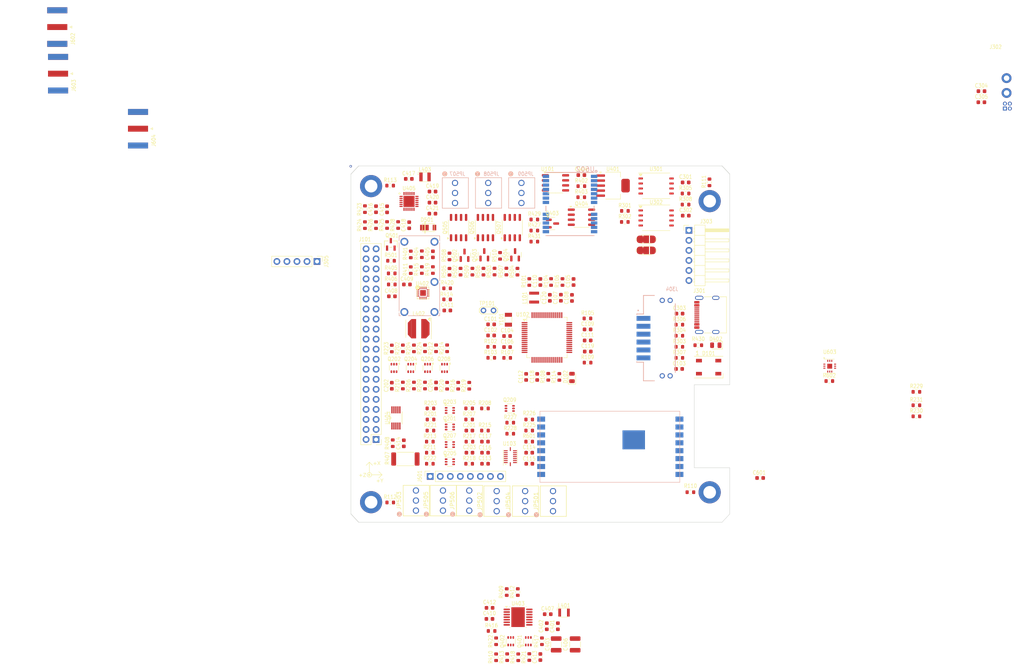
<source format=kicad_pcb>
(kicad_pcb (version 20240108) (generator "pcbnew") (generator_version "8.0")
  (layers (0 "F.Cu" signal) (1 "In1.Cu" signal) (2 "In2.Cu" signal) (3 "In3.Cu" signal) (4 "In4.Cu" signal) (31 "B.Cu" signal) (34 "B.Paste" user) (35 "F.Paste" user) (36 "B.SilkS" user "B.Silkscreen") (37 "F.SilkS" user "F.Silkscreen") (38 "B.Mask" user) (39 "F.Mask" user) (44 "Edge.Cuts" user))
  (net 0 "")
  (net 1 "GND")
  (net 2 "/Avionics/XTAL1")
  (net 3 "/Avionics/XTAL2")
  (net 4 "3.3V")
  (net 5 "/Avionics/BATTERY")
  (net 6 "~{RESET}")
  (net 7 "Net-(U102-VDDCORE)")
  (net 8 "Net-(Q201B-G1)")
  (net 9 "Net-(Q202B-G1)")
  (net 10 "Net-(Q205B-G1)")
  (net 11 "Net-(Q206B-G1)")
  (net 12 "Net-(C302-Pad1)")
  (net 13 "GNDREF")
  (net 14 "VBUS_IN")
  (net 15 "VCHRG")
  (net 16 "VBATT")
  (net 17 "/Power/V_RF")
  (net 18 "VSOLAR")
  (net 19 "Net-(U403-VBST)")
  (net 20 "Net-(U403-SW1)")
  (net 21 "Net-(U402-INTVCC)")
  (net 22 "Net-(U402-SW)")
  (net 23 "Net-(U402-BOOST)")
  (net 24 "Net-(U403-SS)")
  (net 25 "Net-(U403-VREG5)")
  (net 26 "Net-(Q401B-B2)")
  (net 27 "Net-(Q402A-C1)")
  (net 28 "Net-(U404-TIMER)")
  (net 29 "/Power/REGN")
  (net 30 "Net-(U405-PMID_1)")
  (net 31 "Net-(U405-SW_1)")
  (net 32 "Net-(U405-BTST)")
  (net 33 "SYS_1&2")
  (net 34 "BAT_1&2")
  (net 35 "VCC_RF1")
  (net 37 "Net-(D101-DIN)")
  (net 38 "Net-(D102-K)")
  (net 39 "Net-(D102-A)")
  (net 40 "Net-(D402-A)")
  (net 41 "STAT")
  (net 42 "Net-(Q501-C)")
  (net 43 "Net-(H101-Pad1)")
  (net 44 "Net-(H102-Pad1)")
  (net 45 "Net-(H103-Pad1)")
  (net 46 "Net-(H104-Pad1)")
  (net 47 "PB17")
  (net 49 "PA19")
  (net 50 "PA16")
  (net 51 "PA20")
  (net 52 "SCK")
  (net 53 "PB22")
  (net 54 "PB23")
  (net 55 "PA22")
  (net 56 "MISO")
  (net 57 "PB16")
  (net 58 "MOSI")
  (net 59 "PA17")
  (net 60 "USB_CC1")
  (net 61 "USB_CC2")
  (net 64 "Net-(J301-D+-PadA6)")
  (net 65 "Net-(J301-D--PadA7)")
  (net 66 "AIN5")
  (net 67 "VBATT_SENSE")
  (net 68 "SWCLK")
  (net 69 "SWDIO")
  (net 70 "RF1_IO0")
  (net 71 "MOSI_RF1")
  (net 72 "SCK_RF1")
  (net 73 "RF1_CS")
  (net 74 "RF1_IO4")
  (net 75 "RF1_RST")
  (net 76 "MISO_RF1")
  (net 77 "/RF and GPS/RF1_ANT")
  (net 78 "Net-(J603-In)")
  (net 79 "Net-(J604-In)")
  (net 80 "VCC_RF2")
  (net 81 "/Burn Wires/VBURN1")
  (net 82 "/Burn Wires/VBURN2")
  (net 83 "/Burn Wires/VBURN3")
  (net 84 "Net-(U102-VSW)")
  (net 85 "Net-(U402-CHGSNS)")
  (net 86 "Net-(Q201A-D1)")
  (net 87 "Net-(Q201A-G2)")
  (net 88 "Net-(Q202A-D1)")
  (net 89 "Net-(Q202A-G2)")
  (net 90 "SCL")
  (net 91 "Net-(Q203A-B1)")
  (net 92 "SCL_IMU")
  (net 93 "SCL_PWR")
  (net 94 "Net-(Q204A-B1)")
  (net 95 "Net-(Q205A-D1)")
  (net 96 "Net-(Q205A-G2)")
  (net 97 "Net-(Q206A-G2)")
  (net 98 "Net-(Q206A-D1)")
  (net 99 "SDA_IMU")
  (net 100 "Net-(Q207A-B1)")
  (net 101 "SDA")
  (net 102 "SDA_PWR")
  (net 103 "Net-(Q208A-B1)")
  (net 104 "Net-(Q209A-E1)")
  (net 105 "Net-(Q209A-B1)")
  (net 106 "/Power/3V3_EN")
  (net 107 "Net-(Q401A-B1)")
  (net 108 "Net-(Q402A-B1)")
  (net 109 "Net-(Q402B-B2)")
  (net 110 "Net-(Q403-G)")
  (net 111 "Net-(Q403-D)")
  (net 112 "GPS_PWR_IN")
  (net 113 "BURN_RELAY_A")
  (net 114 "Net-(Q502-G)")
  (net 115 "Net-(Q502-D)")
  (net 116 "Net-(Q503-G)")
  (net 117 "Net-(Q503-D)")
  (net 118 "Net-(Q504-D)")
  (net 119 "Net-(Q504-G)")
  (net 120 "/Burn Wires/VBURN_A_IN")
  (net 121 "Net-(U101-~{RESET})")
  (net 122 "WDT_WDI")
  (net 123 "L1_PROG")
  (net 124 "Net-(U102-PA07)")
  (net 125 "MISO_RF2")
  (net 126 "MISO_SD")
  (net 127 "FLASH_CS1")
  (net 128 "FLASH_CS2")
  (net 129 "USB_D-")
  (net 130 "USB_D+")
  (net 131 "Net-(U301-HOLD#{slash}IO3)")
  (net 132 "FLASH_SCK")
  (net 133 "Net-(U402-RUN)")
  (net 134 "Net-(U401-SENSE{slash}ADJ)")
  (net 135 "Net-(U402-MPPT)")
  (net 136 "Net-(U404-ON)")
  (net 137 "Net-(U403-VFB)")
  (net 138 "Net-(U402-~FAULT)")
  (net 139 "Net-(U402-FBG)")
  (net 140 "Net-(U402-FB)")
  (net 141 "~{CHRG}")
  (net 142 "Net-(U403-PG)")
  (net 143 "VBUS_RESET")
  (net 144 "Net-(U405-ICHGSET)")
  (net 145 "THM")
  (net 146 "ENAB_GPS")
  (net 147 "Net-(U405-ILIM)")
  (net 148 "ENAB_BURN1")
  (net 149 "ENAB_BURN2")
  (net 150 "ENAB_BURN3")
  (net 151 "Net-(U602-RSTN)")
  (net 152 "Net-(U101-~{MR})")
  (net 154 "FLASH_MOSI")
  (net 155 "ENAB_RF")
  (net 157 "FLASH_IO2")
  (net 159 "TX")
  (net 160 "DAC0")
  (net 162 "RX")
  (net 163 "FLASH_MISO")
  (net 181 "Net-(U602-RF_IN)")
  (footprint "Package_SO:HTSSOP-14-1EP_4.4x5mm_P0.65mm_EP3.4x5mm_Mask3x3.1mm" (layer "F.Cu") (at 143.15 172.425)
    (property "Reference" "U403")
    (property "Value" "TPS54226PWPRPWP14_2P31X2P46-L")
  )
  (footprint "Capacitor_SMD:C_0603_1608Metric" (layer "F.Cu") (at 160.775 102.4 180)
    (property "Reference" "C111")
    (property "Value" "1uF")
  )
  (footprint "Resistor_SMD:R_0603_1608Metric" (layer "F.Cu") (at 125.2 104.375 90)
    (property "Reference" "R214")
    (property "Value" "680")
  )
  (footprint "Capacitor_SMD:C_0603_1608Metric" (layer "F.Cu") (at 115.6 73.225 90)
    (property "Reference" "C418")
    (property "Value" "47nF")
  )
  (footprint "Package_TO_SOT_SMD:SOT-363_SC-70-6" (layer "F.Cu") (at 145.75 178.525 90)
    (property "Reference" "Q401")
    (property "Value" "MBT2222ADW1T1")
  )
  (footprint "Resistor_SMD:R_0603_1608Metric" (layer "F.Cu") (at 136.455 175.925 180)
    (property "Reference" "R416")
    (property "Value" "100K")
  )
  (footprint "Capacitor_SMD:C_0603_1608Metric" (layer "F.Cu") (at 154 91.575 90)
    (property "Reference" "C107")
    (property "Value" "0.1uF")
  )
  (footprint "Resistor_SMD:R_0603_1608Metric" (layer "F.Cu") (at 159.15 66.14 180)
    (property "Reference" "R403")
    (property "Value" "3.3K")
  )
  (footprint "Capacitor_SMD:C_1210_3225Metric" (layer "F.Cu") (at 152.8 179.325 -90)
    (property "Reference" "C403")
    (property "Value" "100uF")
  )
  (footprint "Resistor_SMD:R_0603_1608Metric" (layer "F.Cu") (at 145.975 125.2)
    (property "Reference" "R225")
    (property "Value" "0")
  )
  (footprint "Capacitor_SMD:C_0603_1608Metric" (layer "F.Cu") (at 121.5 67.5 180)
    (property "Reference" "C420")
    (property "Value" "22uF")
  )
  (footprint "Connector_Coaxial:SMA_Amphenol_132289_EdgeMount" (layer "F.Cu") (at 26.725 34.87 180)
    (property "Reference" "J603")
    (property "Value" "SMA RA Connector")
  )
  (footprint "Connector_PinHeader_2.54mm:PinHeader_1x06_P2.54mm_Horizontal" (layer "F.Cu") (at 186.4 74.52)
    (property "Reference" "J303")
    (property "Value" "Conn_01x06")
  )
  (footprint "SSE_Footprints:Harwin_G125-MH104M3-02AD000P_4S2P_P1.25mm_Horizontal" (layer "F.Cu") (at 266.375 39.6 90)
    (property "Reference" "J302")
    (property "Value" "Conn_High-Rel_4S2P")
  )
  (footprint "Resistor_SMD:R_0603_1608Metric" (layer "F.Cu") (at 140.2875 166.075 90)
    (property "Reference" "R409")
    (property "Value" "73.2K")
  )
  (footprint "Resistor_SMD:R_0603_1608Metric" (layer "F.Cu") (at 130.775 119.6 180)
    (property "Reference" "R205")
    (property "Value" "10k")
  )
  (footprint "MountingHole:MountingHole_3.2mm_M3_DIN965_Pad" (layer "F.Cu") (at 191.655 67.13 180)
    (property "Reference" "H102" (hide yes))
    (property "Value" "MountingHole_Pad")
  )
  (footprint "Resistor_SMD:R_0603_1608Metric" (layer "F.Cu") (at 183.975 98.4)
    (property "Reference" "R306")
    (property "Value" "5.1k")
  )
  (footprint "Capacitor_SMD:C_0603_1608Metric" (layer "F.Cu") (at 134.775 128)
    (property "Reference" "C117")
    (property "Value" "10uF")
  )
  (footprint "LED_SMD:LED_0805_2012Metric" (layer "F.Cu") (at 156.8 111.7575 90)
    (property "Reference" "D102")
    (property "Value" "RED")
  )
  (footprint "Package_QFP:TQFP-64_10x10mm_P0.5mm" (layer "F.Cu") (at 150.4625 101.65)
    (property "Reference" "U102")
    (property "Value" "ATSAMD51J20A-AU")
  )
  (footprint "Package_TO_SOT_SMD:SOT-23" (layer "F.Cu") (at 134.6 80.7125 90)
    (property "Reference" "Q503")
    (property "Value" "IRLML2803")
  )
  (footprint "Resistor_SMD:R_0603_1608Metric" (layer "F.Cu") (at 112.8 73.175 90)
    (property "Reference" "R428")
    (property "Value" "3.16K")
  )
  (footprint "Resistor_SMD:R_0603_1608Metric" (layer "F.Cu") (at 136.3375 104 180)
    (property "Reference" "R102")
    (property "Value" "316K")
  )
  (footprint "Package_TO_SOT_SMD:SOT-363_SC-70-6" (layer "F.Cu") (at 125.9 120.1)
    (property "Reference" "Q203")
    (property "Value" "MBT2222ADW1T1")
  )
  (footprint "Capacitor_SMD:C_0603_1608Metric" (layer "F.Cu") (at 121.5 64.7 180)
    (property "Reference" "C419")
    (property "Value" "22uF")
  )
  (footprint "Resistor_SMD:R_0603_1608Metric" (layer "F.Cu") (at 121.6 84.57 90)
    (property "Reference" "R419")
    (property "Value" "3.01K")
  )
  (footprint "Capacitor_SMD:C_0603_1608Metric" (layer "F.Cu") (at 140.375 104.07 180)
    (property "Reference" "C106")
    (property "Value" "0.1uF")
  )
  (footprint "Capacitor_SMD:C_0603_1608Metric" (layer "F.Cu") (at 185.6 70.8 180)
    (property "Reference" "C302")
    (property "Value" "150pF")
  )
  (footprint "Resistor_SMD:R_0603_1608Metric" (layer "F.Cu") (at 143 84.975 90)
    (property "Reference" "R504")
    (property "Value" "10k")
  )
  (footprint "Resistor_SMD:R_0603_1608Metric" (layer "F.Cu") (at 141.175 123.2 180)
    (property "Reference" "R227")
    (property "Value" "1K")
  )
  (footprint "Connector_PinHeader_2.54mm:PinHeader_1x05_P2.54mm_Vertical" (layer "F.Cu") (at 92.275 82.4 -90)
    (property "Reference" "J305")
    (property "Value" "Conn_01x05")
  )
  (footprint "Resistor_SMD:R_0603_1608Metric" (layer "F.Cu") (at 111.2 104.425 -90)
    (property "Reference" "R223")
    (property "Value" "0")
  )
  (footprint "Capacitor_SMD:C_0603_1608Metric" (layer "F.Cu") (at 260.425 42.1 180)
    (property "Reference" "C305")
    (property "Value" "22uF")
  )
  (footprint "Package_TO_SOT_SMD:SOT-363_SC-70-6" (layer "F.Cu") (at 141.3 178.525 90)
    (property "Reference" "Q402")
    (property "Value" "MBT2222ADW1T1")
  )
  (footprint "Resistor_SMD:R_0603_1608Metric" (layer "F.Cu") (at 116.8 104.4 90)
    (property "Reference" "R204")
    (property "Value" "680")
  )
  (footprint "Resistor_SMD:R_0603_1608Metric" (layer "F.Cu") (at 185.55 68)
    (property "Reference" "R308")
    (property "Value" "150")
  )
  (footprint "Resistor_SMD:R_0603_1608Metric" (layer "F.Cu") (at 114 104.4 90)
    (property "Reference" "R202")
    (property "Value" "100K")
  )
  (footprint "Resistor_SMD:R_0603_1608Metric" (layer "F.Cu") (at 160.75 108 180)
    (property "Reference" "R109")
    (property "Value" "150")
  )
  (footprint "Capacitor_SMD:C_0603_1608Metric" (layer "F.Cu") (at 125.25 94.8)
    (property "Reference" "C411")
    (property "Value" "22uF")
  )
  (footprint "Resistor_SMD:R_0603_1608Metric" (layer "F.Cu") (at 136.375 106.78)
    (property "Reference" "R103")
    (property "Value" "110K")
  )
  (footprint "Capacitor_SMD:C_0603_1608Metric" (layer "F.Cu") (at 146 133.6)
    (property "Reference" "C115")
    (property "Value" "1uF")
  )
  (footprint "MountingHole:MountingHole_3.2mm_M3_DIN965_Pad" (layer "F.Cu") (at 191.655 140.83 180)
    (property "Reference" "H101" (hide yes))
    (property "Value" "MountingHole_Pad")
  )
  (footprint "Resistor_SMD:R_0603_1608Metric" (layer "F.Cu") (at 147.27 77.375 180)
    (property "Reference" "R431")
    (property "Value" "3.3K")
  )
  (footprint "Capacitor_SMD:C_0603_1608Metric" (layer "F.Cu") (at 145.2 111.625 -90)
    (property "Reference" "C112")
    (property "Value" "10uF")
  )
  (footprint "Capacitor_SMD:C_0603_1608Metric" (layer "F.Cu") (at 107.2 69.175 -90)
    (property "Reference" "C416")
    (property "Value" "4.7uF")
  )
  (footprint "Capacitor_SMD:C_0603_1608Metric" (layer "F.Cu") (at 111.2 113.85 -90)
    (property "Reference" "C202")
    (property "Value" "10nF")
  )
  (footprint "MountingHole:MountingHole_3.2mm_M3_DIN965_Pad" (layer "F.Cu") (at 105.955 63.33 180)
    (property "Reference" "H104" (hide yes))
    (property "Value" "MountingHole_Pad")
  )
  (footprint "Resistor_SMD:R_0603_1608Metric" (layer "F.Cu") (at 160.7125 96.82 180)
    (property "Reference" "R105")
    (property "Value" "10k")
  )
  (footprint "Resistor_SMD:R_0603_1608Metric" (layer "F.Cu") (at 120.825 128 180)
    (property "Reference" "R213")
    (property "Value" "680")
  )
  (footprint "Resistor_SMD:R_0603_1608Metric" (layer "F.Cu") (at 107.2 73.2 90)
    (property "Reference" "R426")
    (property "Value" "10k")
  )
  (footprint "Resistor_SMD:R_0603_1608Metric" (layer "F.Cu") (at 145.975 122.4)
    (property "Reference" "R226")
    (property "Value" "4.7k")
  )
  (footprint "Resistor_SMD:R_0603_1608Metric" (layer "F.Cu") (at 125.2 113.85 90)
    (property "Reference" "R220")
    (property "Value" "200K")
  )
  (footprint "Resistor_SMD:R_0603_1608Metric" (layer "F.Cu") (at 243.975 121.6)
    (property "Reference" "R230")
    (property "Value" "0")
  )
  (footprint "mainboard:ADM1176-1ARMZ-R7" (layer "F.Cu") (at 112.2375 122 90)
    (property "Reference" "U404")
    (property "Value" "ADM1176-1ARMZ-R7" (hide yes))
  )
  (footprint "Capacitor_SMD:C_0603_1608Metric" (layer "F.Cu") (at 135.9125 172.875)
    (property "Reference" "C410")
    (property "Value" "3.3nF")
  )
  (footprint "Crystal:Crystal_SMD_3215-2Pin_3.2x1.5mm" (layer "F.Cu") (at 140.7125 97.15 90)
    (property "Reference" "Y101")
    (property "Value" "32.768kHz")
  )
  (footprint "Capacitor_SMD:C_0603_1608Metric" (layer "F.Cu") (at 130.825 125.2)
    (property "Reference" "C201")
    (property "Value" "10nF")
  )
  (footprint "SSE_Footprints:CONN_22-11-2032_MOL" (layer "F.Cu") (at 117.311 145.46 90)
    (property "Reference" "JP503")
    (property "Value" "Conn_01x03")
  )
  (footprint "Resistor_SMD:R_0603_1608Metric" (layer "F.Cu") (at 143.2 182.575 90)
    (property "Reference" "R418")
    (property "Value" "200K")
  )
  (footprint "SSE_Footprints:CONN_22-11-2032_MOL" (layer "F.Cu") (at 144.946 145.6 90)
    (property "Reference" "JP504")
    (property "Value" "Conn_01x03")
  )
  (footprint "Resistor_SMD:R_0603_1608Metric" (layer "F.Cu") (at 159.175 63.34 180)
    (property "Reference" "R402")
    (property "Value" "10k")
  )
  (footprint "Resistor_SMD:R_0603_1608Metric" (layer "F.Cu") (at 147.27 71.775)
    (property "Reference" "R429")
    (property "Value" "4.7k")
  )
  (footprint "Package_TO_SOT_SMD:SOT-23" (layer "F.Cu") (at 129.6 80.8375 90)
    (property "Reference" "Q502")
    (property "Value" "IRLML2803")
  )
  (footprint "Capacitor_SMD:C_0603_1608Metric" (layer "F.Cu") (at 145.975 130.8)
    (property "Reference" "C114")
    (property "Value" "0.1uF")
  )
  (footprint "Resistor_SMD:R_0603_1608Metric" (layer "F.Cu") (at 140.2 84.95 -90)
    (property "Reference" "R507")
    (property "Value" "4.7k")
  )
  (footprint "Resistor_SMD:R_0603_1608Metric" (layer "F.Cu") (at 151.5125 87.595 -90)
    (property "Reference" "R104")
    (property "Value" "10k")
  )
  (footprint "Resistor_SMD:R_0603_1608Metric" (layer "F.Cu") (at 243.975 118.8)
    (property "Reference" "R231")
    (property "Value" "0")
  )
  (footprint "Resistor_SMD:R_0603_1608Metric" (layer "F.Cu") (at 122.4 104.375 -90)
    (property "Reference" "R212")
    (property "Value" "100K")
  )
  (footprint "Capacitor_SMD:C_0603_1608Metric" (layer "F.Cu") (at 130.85 130.8)
    (property "Reference" "C203")
    (property "Value" "10nF")
  )
  (footprint "mainboard:SolderJumper-3_P1.3mm_Bridged12_RoundedPad1.0x1.5mm" (layer "F.Cu") (at 175.6 79.6)
    (property "Reference" "JP402" (hide yes))
    (property "Value" "Jumper_3_Bridged12")
  )
  (footprint "SSE_Footprints:CONN_22-11-2032_MOL" (layer "F.Cu") (at 137.746 145.6 90)
    (property "Reference" "JP502")
    (property "Value" "Conn_01x03")
  )
  (footprint "Package_TO_SOT_SMD:SOT-363_SC-70-6" (layer "F.Cu") (at 120.25 109.35 -90)
    (property "Reference" "Q206")
    (property "Value" "BSS138DWQ-7")
  )
  (footprint "Resistor_SMD:R_0603_1608Metric" (layer "F.Cu") (at 111 82.22)
    (property "Reference" "R501")
    (property "Value" "10k")
  )
  (footprint "SSE_Footprints:TDK_1008_2.9x2.0mm" (layer "F.Cu") (at 154.6875 171.275)
    (property "Reference" "L401")
    (property "Value" "3.3uH")
  )
  (footprint "Capacitor_SMD:C_0603_1608Metric" (layer "F.Cu") (at 185.575 62.4)
    (property "Reference" "C301")
    (property "Value" "0.1uF")
  )
  (footprint "Resistor_SMD:R_0603_1608Metric" (layer "F.Cu") (at 121 122.4)
    (property "Reference" "R201")
    (property "Value" "100K")
  )
  (footprint "Capacitor_SMD:C_0603_1608Metric" (layer "F.Cu") (at 115.5 61.5)
    (property "Reference" "C417")
    (property "Value" "10uF")
  )
  (footprint "Resistor_SMD:R_0603_1608Metric" (layer "F.Cu") (at 131.6 84.975 -90)
    (property "Reference" "R509")
    (property "Value" "100k")
  )
  (footprint "Resistor_SMD:R_0603_1608Metric" (layer "F.Cu") (at 137.6 178.525 90)
    (property "Reference" "R422")
    (property "Value" "10k")
  )
  (footprint "Resistor_SMD:R_0603_1608Metric" (layer "F.Cu") (at 134.4 84.975 -90)
    (property "Reference" "R506")
    (property "Value" "4.7k")
  )
  (footprint "SSE_Footprints:LGA-16_4.5x3.0mm_P0.5mm" (layer "F.Cu") (at 141.205 131.8 90)
    (property "Reference" "U103")
    (property "Value" "BMI088")
  )
  (footprint "Resistor_SMD:R_0603_1608Metric" (layer "F.Cu") (at 104.4 73.2 90)
    (property "Reference" "R424")
    (property "Value" "5.23K")
  )
  (footprint "Capacitor_SMD:C_0603_1608Metric" (layer "F.Cu") (at 110 69.2 -90)
    (property "Reference" "C415")
    (property "Value" "1uF")
  )
  (footprint "Resistor_SMD:R_0603_1608Metric" (layer "F.Cu") (at 128.6 84.975 90)
    (property "Reference" "R502")
    (property "Value" "10k")
  )
  (footprint "Capacitor_SMD:C_0603_1608Metric" (layer "F.Cu") (at 114.2375 128.425 90)
    (property "Reference" "C414")
    (property "Value" "3.3nF")
  )
  (footprint "Resistor_SMD:R_0603_1608Metric" (layer "F.Cu") (at 120.975 125.2)
    (property "Reference" "R221")
    (property "Value" "0")
  )
  (footprint "Resistor_SMD:R_0603_1608Metric" (layer "F.Cu") (at 141.175 126)
    (property "Reference" "R228")
    (property "Value" "1K")
  )
  (footprint "Resistor_SMD:R_0603_1608Metric" (layer "F.Cu") (at 146 87.6 90)
    (property "Reference" "R101")
    (property "Value" "10k")
  )
  (footprint "Capacitor_SMD:C_0603_1608Metric" (layer "F.Cu") (at 122.4 113.8 -90)
    (property "Reference" "C204")
    (property "Value" "10nF")
  )
  (footprint "Resistor_SMD:R_0603_1608Metric" (layer "F.Cu") (at 143.0875 166.075 90)
    (property "Reference" "R412")
    (property "Value" "22.1K")
  )
  (footprint "Capacitor_SMD:C_0603_1608Metric" (layer "F.Cu") (at 153.23 174.725 90)
    (property "Reference" "C401")
    (property "Value" "22uF")
  )
  (footprint "Resistor_SMD:R_0603_1608Metric" (layer "F.Cu") (at 146 182.525 90)
    (property "Reference" "R421")
    (property "Value" "100K")
  )
  (footprint "Package_TO_SOT_SMD:SOT-363_SC-70-6" (layer "F.Cu") (at 124.55 109.35 -90)
    (property "Reference" "Q208")
    (property "Value" "MBT2222ADW1T1")
  )
  (footprint "Capacitor_SMD:C_0603_1608Metric" (layer "F.Cu") (at 150.43 174.725 90)
    (property "Reference" "C402")
    (property "Value" "22uF")
  )
  (footprint "Resistor_SMD:R_0603_1608Metric" (layer "F.Cu") (at 120.975 119.6 180)
    (property "Reference" "R203")
    (property "Value" "680")
  )
  (footprint "Package_SO:SO-8_3.9x4.9mm_P1.27mm" (layer "F.Cu") (at 141.695 73.825 90)
    (property "Reference" "Q507")
    (property "Value" "IRF7406PbF")
  )
  (footprint "Package_TO_SOT_SMD:SOT-363_SC-70-6" (layer "F.Cu") (at 111.75 109.35 -90)
    (property "Reference" "Q202")
    (property "Value" "BSS138DWQ-7")
  )
  (footprint "Resistor_SMD:R_0603_1608Metric" (layer "F.Cu") (at 111.4375 128.4 90)
    (property "Reference" "R408")
    (property "Value" "1K")
  )
  (footprint "Resistor_SMD:R_0603_1608Metric" (layer "F.Cu") (at 145.975 128)
    (property "Reference" "R601")
    (property "Value" "10k")
  )
  (footprint "Resistor_SMD:R_0603_1608Metric" (layer "F.Cu") (at 111.175 85.42 180)
    (property "Reference" "R405")
    (property "Value" "787K")
  )
  (footprint "Capacitor_SMD:C_0603_1608Metric" (layer "F.Cu") (at 134.8 130.8)
    (property "Reference" "C116")
    (property "Value" "1uF")
  )
  (footprint "Resistor_SMD:R_0603_1608Metric" (layer "F.Cu") (at 128 113.85 90)
    (property "Reference" "R216")
    (property "Value" "10k")
  )
  (footprint "SSE_Footprints:CONN_22-11-2032_MOL" (layer "F.Cu") (at 152 145.6 90)
    (property "Reference" "JP501")
    (property "Value" "Conn_01x03")
  )
  (footprint "Capacitor_SMD:C_0603_1608Metric" (layer "F.Cu") (at 157.2 87.6 -90)
    (property "Reference" "C105")
    (property "Value" "1uF")
  )
  (footprint "Capacitor_SMD:C_0603_1608Metric" (layer "F.Cu") (at 134.8 133.6 180)
    (property "Reference" "C113")
    (property "Value" "0.1uF")
  )
  (footprint "Resistor_SMD:R_0603_1608Metric" (layer "F.Cu") (at 153.6 111.62 90)
    (property "Reference" "R114")
    (property "Value" "10k")
  )
  (footprint "Capacitor_SMD:C_0603_1608Metric" (layer "F.Cu") (at 184.025 95.6 180)
    (property "Reference" "C303")
    (property "Value" "4.7uF")
  )
  (footprint "Package_TO_SOT_SMD:SOT-363_SC-70-6" (layer "F.Cu") (at 141.05 119.6 180)
    (property "Reference" "Q209")
    (property "Value" "MMDT2907")
  )
  (footprint "Resistor_SMD:R_0603_1608Metric" (layer "F.Cu") (at 120.825 130.8)
    (property "Reference" "R211")
    (property "Value" "100K")
  )
  (footprint "Capacitor_SMD:C_0603_1608Metric" (layer "F.Cu") (at 148.8 182.525 90)
    (property "Reference" "C413")
    (property "Value" "10uF")
  )
  (footprint "Resistor_SMD:R_0603_1608Metric" (layer "F.Cu") (at 120.825 133.6)
    (property "Reference" "R222")
    (property "Value" "0")
  )
  (footprint "Resistor_SMD:R_0603_1608Metric" (layer "F.Cu") (at 134.775 125.2)
    (property "Reference" "R215")
    (property "Value" "10k")
  )
  (footprint "Package_SO:SO-8_3.9x4.9mm_P1.27mm" (layer "F.Cu") (at 134.895 73.825 90)
    (property "Reference" "Q506")
    (property "Value" "IRF7406PbF")
  )
  (footprint "mainboard:SOT-23" (layer "F.Cu") (at 110.9525 78.0167)
    (property "Reference" "Q501")
    (property "Value" "MMBT2222AT" (hide yes))
  )
  (footprint "Capacitor_SMD:C_0603_1608Metric" (layer "F.Cu") (at 115.025 88.22 180)
    (property "Reference" "C409")
    (property "Value" "22nF")
  )
  (footprint "Resistor_SMD:R_0603_1608Metric" (layer "F.Cu") (at 243.975 115.4)
    (property "Reference" "R229")
    (property "Value" "0")
  )
  (footprint "Connector_Coaxial:SMA_Amphenol_132289_EdgeMount" (layer "F.Cu") (at 46.9625 48.8 180)
    (property "Reference" "J604")
    (property "Value" "SMA RA Connector")
  )
  (footprint "TestPoint:TestPoint_2Pads_Pitch2.54mm_Drill0.8mm" (layer "F.Cu") (at 134.4 94.8)
    (property "Reference" "TP101")
    (property "Value" "TestPoint_2Pole")
  )
  (footprint "mainboard:PWRDI-123" (layer "F.Cu") (at 120.55 73.82)
    (property "Reference" "D501")
    (property "Value" "DFLS130L-7" (hide yes))
  )
  (footprint "SSE_Footprints:DQ1225-12-1EP_3.0x3.0mm_P0.51mm" (layer "F.Cu") (at 222.04 108.91)
    (property "Reference" "U603")
    (property "Value" "GP2S1+")
  )
  (footprint "Resistor_SMD:R_0603_1608Metric" (layer "F.Cu") (at 130.85 128)
    (property "Reference" "R217")
    (property "Value" "10k")
  )
  (footprint "Capacitor_SMD:C_0603_1608Metric" (layer "F.Cu") (at 160.75 99.6 180)
    (property "Reference" "C109")
    (property "Value" "1uF")
  )
  (footprint "Capacitor_SMD:C_0603_1608Metric" (layer "F.Cu") (at 148 111.625 -90)
    (property "Reference" "C118")
    (property "Value" "0.1uF")
  )
  (footprint "SSE_Footprints:TDK_1008_4.9x5.5mm" (layer "F.Cu") (at 118 99.42 -90)
    (property "Reference" "L402")
    (property "Value" "33uH")
  )
  (footprint "Resistor_SMD:R_0603_1608Metric" (layer "F.Cu") (at 183.975 104)
    (property "Reference" "R303")
    (property "Value" "10")
  )
  (footprint "Resistor_SMD:R_0603_1608Metric" (layer "F.Cu") (at 125.2 89.2)
    (property "Reference" "R420")
    (property "Value" "2.1M")
  )
  (footprint "Capacitor_SMD:C_0603_1608Metric" (layer "F.Cu") (at 159.175 60.54)
    (property "Reference" "C404")
    (property "Value" "10uF")
  )
  (footprint "Capacitor_SMD:C_0603_1608Metric" (layer "F.Cu") (at 121.475 70.3 180)
    (property "Reference" "C421")
    (property "Value" "10uF")
  )
  (footprint "Resistor_SMD:R_0603_1608Metric" (layer "F.Cu") (at 119.6 113.8 -90)
    (property "Reference" "R209")
    (property "Value" "10k")
  )
  (footprint "Package_TO_SOT_SMD:SOT-363_SC-70-6" (layer "F.Cu") (at 116 109.35 -90)
    (property "Reference" "Q204")
    (property "Value" "MBT2222ADW1T1")
  )
  (footprint "Connector_PinSocket_2.54mm:PinSocket_1x08_P2.54mm_Vertical" (layer "F.Cu") (at 120.92 136.8 90)
    (property "Reference" "J601")
    (property "Value" "Conn_01x08_Socket")
  )
  (footprint "Capacitor_SMD:C_0603_1608Metric" (layer "F.Cu") (at 148.8 87.6 90)
    (property "Reference" "C110")
    (property "Value" "10uF")
  )
  (footprint "Resistor_SMD:R_0603_1608Metric" (layer "F.Cu") (at 110 73.175 90)
    (property "Reference" "R425")
    (property "Value" "30.1K")
  )
  (footprint "Resistor_SMD:R_0603_1608Metric" (layer "F.Cu") (at 183.975 101.2)
    (property "Reference" "R304")
    (property "Value" "10")
  )
  (footprint "Resistor_SMD:R_0603_1608Metric" (layer "F.Cu") (at 130.775 133.6 180)
    (property "Reference" "R218")
    (property "Value" "200K")
  )
  (footprint "Package_SO:SO-8_3.9x4.9mm_P1.27mm" (layer "F.Cu") (at 128.095 73.825 90)
    (property "Reference" "Q505")
    (property "Value" "IRF7406PbF")
  )
  (footprint "Capacitor_SMD:C_0603_1608Metric" (layer "F.Cu") (at 150.6625 171.675 180)
    (property "Reference" "C407")
    (property "Value" "0.1uF")
  )
  (footprint "Resistor_SMD:R_0603_1608Metric" (layer "F.Cu") (at 140.4 106.8)
    (property "Reference" "R107")
    (property "Value" "4.7k")
  )
  (footprint "Resistor_SMD:R_0603_1608Metric" (layer "F.Cu") (at 150.8 111.595 90)
    (property "Reference" "R108")
    (property "Value" "10k")
  )
  (footprint "SSE_Footprints:Sunlord_0805_3.0x3.0mm" (layer "F.Cu") (at 147.225 91.6 90)
    (property "Reference" "L101")
    (property "Value" "10uH")
  )
  (footprint "Resistor_SMD:R_0603_1608Metric" (layer "F.Cu") (at 137.2 84.95 90)
    (property "Reference" "R503")
    (property "Value" "10k")
  )
  (footprint "SSE_Footprints:UPDFN-8_8.0x6.0mm_P1.27mm" (layer "F.Cu") (at 178.1 71.39)
    (property "Reference" "U302")
    (property "Value" "Mem_MT29F4G01ABAFDWB")
  )
  (footprint "Resistor_SMD:R_0603_1608Metric" (layer "F.Cu") (at 118.8 84.57 90)
    (property "Reference" "R415")
    (property "Value" "100k")
  )
  (footprint "Resistor_SMD:R_0603_1608Metric" (layer "F.Cu") (at 185.55 65.2)
    (property "Reference" "R305")
    (property "Value" "0")
  )
  (footprint "Resistor_SMD:R_0603_1608Metric" (layer "F.Cu") (at 116.8 113.8 -90)
    (property "Reference" "R206")
    (property "Value" "10k")
  )
  (footprint "Resistor_SMD:R_0603_1608Metric" (layer "F.Cu") (at 110.8 143.4)
    (property "Reference" "R112")
    (property "Value" "DNI")
  )
  (footprint "Capacitor_SMD:C_0603_1608Metric" (layer "F.Cu") (at 151.2 91.6 90)
    (property "Reference" "C120")
    (property "Value" "0.1uF")
  )
  (footprint "Resistor_SMD:R_0603_1608Metric" (layer "F.Cu") (at 125.8 85 -90)
    (property "Reference" "R505")
    (property "Value" "4.7k")
  )
  (footprint "Capacitor_SMD:C_0603_1608Metric" (layer "F.Cu") (at 121.6 80.595 -90)
    (property "Reference" "C405")
    (property "Value" "10uF")
  )
  (footprint "Package_TO_SOT_SMD:SOT-23" (layer "F.Cu") (at 142.4 80.7125 90)
    (property "Reference" "Q504")
    (property "Value" "IRLML2803")
  )
  (footprint "Resistor_SMD:R_0603_1608Metric" (layer "F.Cu") (at 130.775 122.4)
    (property "Reference" "R207")
    (property "Value" "10k")
  )
  (footprint "Resistor_SMD:R_0603_1608Metric" (layer "F.Cu") (at 149.2 178.525 90)
    (property "Reference" "R417")
    (property "Value" "20K")
  )
  (footprint "Capacitor_SMD:C_0603_1608Metric" (layer "F.Cu") (at 156.8 91.625 -90)
    (property "Reference" "C108")
    (property "Value" "1uF")
  )
  (footprint "mainboard:SolderJumper-3_P1.3mm_Bridged12_RoundedPad1.0x1.5mm" (layer "F.Cu") (at 175.6 76.8)
    (property "Reference" "JP401" (hide yes))
    (property "Value" "Jumper_3_Bridged12")
  )
  (footprint "Resistor_SMD:R_0603_1608Metric" (layer "F.Cu") (at 118.8 80.57 90)
    (property "Reference" "R404")
    (property "Value" "0")
  )
  (footprint "Package_TO_SOT_SMD:SOT-23" (layer "F.Cu") (at 151.8625 72.8)
    (property "Reference" "Q403")
    (property "Value" "IRLML2803")
  )
  (footprint "Resistor_SMD:R_0603_1608Metric" (layer "F.Cu") (at 188.775 103.6 180)
    (property "Reference" "R430")
    (property "Value" "10k")
  )
  (footprint "Connector_PinHeader_2.54mm:PinHeader_2x20_P2.54mm_Vertical" (layer "F.Cu") (at 107.225 127.46 180)
    (property "Reference" "J101")
    (property "Value" "Conn_02x20_Odd_Even")
  )
  (footprint "Capacitor_SMD:C_0603_1608Metric" (layer "F.Cu") (at 111.225 91.22 180)
    (property "Reference" "C408")
    (property "Value" "2.2uF")
  )
  (footprint "Capacitor_SMD:C_0603_1608Metric" (layer "F.Cu") (at 183.925 109.6 180)
    (property "Reference" "C103")
    (property "Value" "0.1uF")
  )
  (footprint "Resistor_SMD:R_0603_1608Metric" (layer "F.Cu") (at 134.775 119.6 180)
    (property "Reference" "R208")
    (property "Value" "200K")
  )
  (footprint "Capacitor_SMD:C_0603_1608Metric" (layer "F.Cu") (at 140.375 101.27 180)
    (property "Reference" "C104")
    (property "Value" "0.1uF")
  )
  (footprint "Capacitor_SMD:C_1210_3225Metric" (layer "F.Cu") (at 157.6 179.325 -90)
    (property "Reference" "C406")
    (property "Value" "100uF")
  )
  (footprint "Capacitor_SMD:C_0603_1608Metric" (layer "F.Cu") (at 136.3375 101.13 180)
    (property "Reference" "C102")
    (property "Value" "8pF")
  )
  (footprint "Resistor_SMD:R_0603_1608Metric" (layer "F.Cu") (at 110.775 63.2)
    (property "Reference" "R113")
    (property "Value" "DNI")
  )
  (footprint "Resistor_SMD:R_0603_1608Metric" (layer "F.Cu") (at 116 80.62 90)
    (property "Reference" "R401")
    (property "Value" "107K")
  )
  (footprint "Resistor_SMD:R_0603_1608Metric" (layer "F.Cu") (at 183.975 106.8)
    (property "Reference" "R307")
    (property "Value" "5.1k")
  )
  (footprint "Capacitor_SMD:C_0603_1608Metric" (layer "F.Cu") (at 204.425 137.2 180)
    (property "Reference" "C601")
    (property "Value" "10uF")
  )
  (footprint "Capacitor_SMD:C_0603_1608Metric" (layer "F.Cu") (at 160.8 105.2)
    (property "Reference" "C119")
    (property "Value" "0.1uF")
  )
  (footprint "Capacitor_SMD:C_0603_1608Metric" (layer "F.Cu") (at 136.3375 98.33 180)
    (property "Reference" "C101")
    (property "Value" "8pF")
  )
  (footprint "Resistor_SMD:R_0603_1608Metric" (layer "F.Cu") (at 186.775 140.8 180)
    (property "Reference" "R110")
    (property "Value" "DNI")
  )
  (footprint "Resistor_SMD:R_0603_1608Metric" (layer "F.Cu") (at 137.6 182.575 90)
    (property "Reference" "R410")
    (property "Value" "73.2K")
  )
  (footprint "Resistor_SMD:R_0603_1608Metric" (layer "F.Cu") (at 111.2 88.22)
    (property "Reference" "R406")
    (property "Value" "121K")
  )
  (footprint "Resistor_SMD:R_0603_1608Metric" (layer "F.Cu") (at 119.6 104.375 -90)
    (property "Reference" "R224")
    (property "Value" "0")
  )
  (footprint "Resistor_SMD:R_0603_1608Metric" (layer "F.Cu") (at 170.175 72.4 180)
    (property "Reference" "R302")
    (property "Value" "10k")
  )
  (footprint "Resistor_SMD:R_0603_1608Metric" (layer "F.Cu") (at 170.2 69.6 180)
    (property "Reference" "R301")
    (property "Value" "10k")
  )
  (footprint "SSE_Footprints:Murata_1008_2.5x2.0mm" (layer "F.Cu") (at 119.475 61.1)
    (property "Reference" "L403")
    (property "Value" "1uH")
  )
  (footprint "SSE_Footprints:CONN_22-11-2032_MOL" (layer "F.Cu") (at 130.8 145.46 90)
    (property "Reference" "JP506")
    (property "Value" "Conn_01x03")
  )
  (footprint "LED_SMD:LED_0805_2012Metric" (layer "F.Cu") (at 193.2 103.6 180)
    (property "Reference" "D402")
    (property "Value" "GREEN")
  )
  (footprint "Capacitor_SMD:C_0603_1608Metric" (layer "F.Cu") (at 260.45 39.3 180)
    (property "Reference" "C304")
    (property "Value" "0.1uF")
  )
  (footprint "Package_TO_SOT_SMD:SOT-363_SC-70-6" (layer "F.Cu") (at 125.9 133.1)
    (property "Reference" "Q205")
    (property "Value" "BSS138DWQ-7")
  )
  (footprint "SSE_Footprints:UPDFN-8_8.0x6.0mm_P1.27mm" (layer "F.Cu") (at 178.1 63.295)
    (property "Reference" "U301")
    (property "Value" "Mem_MT29F4G01ABAFDWB")
  )
  (footprint "Resistor_SMD:R_0603_1608Metric" (layer "F.Cu") (at 138.6 80.975 -90)
    (property "Reference" "R510")
    (property "Value" "100k")
  )
  (footprint "Resistor_SMD:R_0603_1608Metric" (layer "F.Cu") (at 191.6 62.375 -90)
    (property "Reference" "R111")
    (property "Value" "DNI")
  )
  (footprint "Package_TO_SOT_SMD:SOT-363_SC-70-6" (layer "F.Cu") (at 125.9 128.75)
    (property "Reference" "Q207")
    (property "Value" "MBT2222ADW1T1")
  )
  (footprint "Package_TO_SOT_SMD:SOT-223-6" (layer "F.Cu") (at 167.2 63.2)
    (property "Reference" "U401")
    (property "Value" "TPS7A4501DCQT")
  )
  (footprint "Resistor_SMD:R_0603_1608Metric" (layer "F.Cu") (at 104.4 69.15 -90)
    (property "Reference" "R423")
    (property "Value" "4.7k")
  )
  (footprint "mainboard:QFN50P400X400X100-25N-D" (layer "F.Cu") (at 115.55 67.2)
    (property "Reference" "U405")
    (property "Value" "BQ25886RGER" (hide yes))
  )
  (footprint "Resistor_SMD:R_0603_1608Metric" (layer "F.Cu") (at 125.2 92)
    (property "Reference" "R414")
    (property "Value" "845K")
  )
  (footprint "Resistor_SMD:R_0603_1608Metric" (layer "F.Cu") (at 114 113.8 -90)
    (property "Reference" "R210")
    (property "Value" "200K")
  )
  (footprint "Connector_Coaxial:SMA_Amphenol_132289_EdgeMount" (layer "F.Cu") (at 26.525 23.07 180)
    (property "Reference" "J602")
    (property "Value" "SMA RA Connector")
  )
  (footprint "Package_SO:SO-8_3.9x4.9mm_P1.27mm" (layer "F.Cu") (at 159.2 71.2)
    (property "Reference" "Q404")
    (property "Value" "IRF7406PbF")
  )
  (footprint "Resistor_SMD:R_0603_1608Metric" (layer "F.Cu") (at 221.94 112.67)
    (property "Reference" "R602")
    (property "Value" "10k")
  )
  (footprint "Resistor_SMD:R_0603_1608Metric" (layer "F.Cu") (at 116 84.595 90)
    (property "Reference" "R411")
    (property "Value" "100k")
  )
  (footprint "Resistor_SMD:R_0603_1608Metric" (layer "F.Cu") (at 154.4 87.6 -90)
    (property "Reference" "R106")
    (property "Value" "10k")
  )
  (footprint "Resistor_SMD:R_0603_1608Metric" (layer "F.Cu") (at 130.8 113.85 90)
    (property "Reference" "R219")
    (property "Value" "10k")
  )
  (footprint "Resistor_SMD:R_0603_1608Metric" (layer "F.Cu") (at 147.27 74.575)
    (property "Reference" "R427")
    (property "Value" "10k")
  )
  (footprint "Resistor_SMD:R_0603_1608Metric" (layer "F.Cu") (at 125.8 81.125 -90)
    (property "Reference" "R508")
    (property "Value" "100k")
  )
  (footprint "Connector_USB:USB_C_Receptacle_G-Switch_GT-USB-7010ASV" (layer "F.Cu") (at 192.125 95.92 90)
    (property "Reference" "J301")
    (property "Value" "USB_C_Receptacle_USB2.0")
  )
  (footprint "SSE_Footprints:CONN_22-11-2032_MOL" (layer "F.Cu") (at 124.146 145.46 90)
    (property "Reference" "JP505")
    (property "Value" "Conn_01x03")
  )
  (footprint "Package_TO_SOT_SMD:SOT-363_SC-70-6" (layer "F.Cu") (at 125.9 124.3)
    (property "Reference" "Q201")
    (property "Value" "BSS138DWQ-7")
  )
  (footprint "MountingHole:MountingHole_3.2mm_M3_DIN965_Pad" (layer "F.Cu") (at 105.955 143.33 180)
    (property "Reference" "H103" (hide yes))
    (property "Value" "MountingHole_Pad")
  )
  (footprint "Resistor_SMD:R_2512_6332Metric" (layer "F.Cu") (at 114.6375 132.4)
    (property "Reference" "R407")
    (property "Value" "0.1")
  )
  (footprint "Resistor_SMD:R_0603_1608Metric" (layer "F.Cu") (at 140.4 182.55 90)
    (property "Reference" "R413")
    (property "Value" "100K")
  )
  (footprint "mainboard:QFN-16-PAD" (layer "F.Cu") (at 119.1 90.37)
    (property "Reference" "U402")
    (property "Value" "LTC4121" (hide yes))
  )
  (footprint "Capacitor_SMD:C_0603_1608Metric" (layer "F.Cu") (at 135.9375 170.075)
    (property "Reference" "C412")
    (property "Value" "1uF")
  )
  (footprint "Package_SO:SO-8_3.9x4.9mm_P1.27mm" (layer "F.Cu") (at 152.625 62.505)
    (property "Reference" "U101")
    (property "Value" "MAX706RESA")
  )
  (footprint "LED_SMD:LED_WS2812B_PLCC4_5.0x5.0mm_P3.2mm" (layer "F.Cu") (at 191.3875 109.15)
    (property "Reference" "D101")
    (property "Value" " WS2812B-B/W")
  )
  (footprint "mainboard:RFM95PW" (layer "B.Cu") (at 166.4 129.8)
    (property "Reference" "U601" (hide yes))
    (property "Value" "RFM98PW" (hide yes))
  )
  (footprint "SSE_Footprints:MMCX-6_UMPT-06-01-L-RA-WT-TR_P2.0mm" (layer "B.Cu") (at 177.385 101.75 -90)
    (property "Reference" "J304")
    (property "Value" "Conn_High-Rel_6P")
  )
  (footprint "SSE_Footprints:CONN_22-11-2032_MOL" (layer "B.Cu") (at 135.6 62.52 -90)
    (property "Reference" "JP508")
    (property "Value" "Conn_01x03")
  )
  (footprint "SSE_Footprints:CONN_22-11-2032_MOL" (layer "B.Cu") (at 144.0082 62.52 -90)
    (property "Reference" "JP509")
    (property "Value" "Conn_01x03")
  )
  (footprint "SSE_Footprints:CONN_22-11-2032_MOL" (layer "B.Cu") (at 127.2 62.5255 -90)
    (property "Reference" "JP507")
    (property "Value" "Conn_01x03")
  )
  (footprint "mainboard:S1216_24PIN_PACKAGE" (layer "B.Cu") (at 156.55 68.482002)
    (property "Reference" "U602" (hide yes))
    (property "Value" "S1216V8" (hide yes))
  )
  (footprint "mainboard:RELAY_PE014006" (layer "B.Cu") (at 114.38 94.6158 180)
    (property "Reference" "U501" (hide yes))
    (property "Value" "PE014006" (hide yes))
  )
  (gr_line (start 108.717157 136.4) (end 107.917157 137.2) (stroke (width 0.127)) (layer "F.SilkS"))
  (gr_line (start 106.082842 136.4) (end 107.917157 136.4) (stroke (width 0.127)) (layer "F.SilkS"))
  (gr_line (start 105.517157 133.2) (end 106.317157 134) (stroke (width 0.127)) (layer "F.SilkS"))
  (gr_line (start 105.282842 136.4) (end 105.482842 136.6) (stroke (width 0.127)) (layer "F.SilkS"))
  (gr_line (start 105.682842 136.4) (end 105.482842 136.2) (stroke (width 0.127)) (layer "F.SilkS"))
  (gr_line (start 105.517157 136.4) (end 105.682842 136.4) (stroke (width 0.127)) (layer "F.SilkS"))
  (gr_line (start 105.282842 136.4) (end 105.6 136.4) (stroke (width 0.127)) (layer "F.SilkS"))
  (gr_line (start 105.517157 135.834315) (end 105.517157 133.2) (stroke (width 0.127)) (layer "F.SilkS"))
  (gr_line (start 105.482842 136.2) (end 105.282842 136.4) (stroke (width 0.127)) (layer "F.SilkS"))
  (gr_circle (center 105.517157 136.4) (end 105.117157 136.8) (stroke (width 0.127)) (fill none) (layer "F.SilkS"))
  (gr_line (start 107.917157 136.4) (end 108.317157 136.4) (stroke (width 0.127)) (layer "F.SilkS"))
  (gr_line (start 105.382842 136.5) (end 105.517157 136.365685) (stroke (width 0.127)) (layer "F.SilkS"))
  (gr_line (start 105.482842 136.6) (end 105.682842 136.4) (stroke (width 0.127)) (layer "F.SilkS"))
  (gr_line (start 108.317157 136.4) (end 108.717157 136.4) (stroke (width 0.127)) (layer "F.SilkS"))
  (gr_line (start 105.482842 136.6) (end 105.482842 136.332843) (stroke (width 0.127)) (layer "F.SilkS"))
  (gr_line (start 108.717157 136.4) (end 107.917157 135.6) (stroke (width 0.127)) (layer "F.SilkS"))
  (gr_line (start 104.717157 134) (end 105.517157 133.2) (stroke (width 0.127)) (layer "F.SilkS"))
  (gr_line (start 196.745 134.6) (end 196.745 146.3) (stroke (width 0.1)) (layer "Edge.Cuts"))
  (gr_line (start 196.745 146.3) (end 194.799984 148.399985) (stroke (width 0.1)) (layer "Edge.Cuts"))
  (gr_line (start 100.855 146.3) (end 100.855 60.3) (stroke (width 0.1)) (layer "Edge.Cuts"))
  (gr_line (start 194.8 148.4) (end 102.8 148.4) (stroke (width 0.1)) (layer "Edge.Cuts"))
  (gr_line (start 102.8 148.4) (end 100.855 146.3) (stroke (width 0.15)) (layer "Edge.Cuts"))
  (gr_line (start 187.745 134.6) (end 187.745 113.6) (stroke (width 0.1)) (layer "Edge.Cuts"))
  (gr_line (start 187.745 113.6) (end 196.745 113.6) (stroke (width 0.1)) (layer "Edge.Cuts"))
  (gr_line (start 196.745 60.3) (end 196.745 113) (stroke (width 0.1)) (layer "Edge.Cuts"))
  (gr_line (start 187.745 134.6) (end 196.745 134.6) (stroke (width 0.1)) (layer "Edge.Cuts"))
  (gr_line (start 100.855 60.3) (end 102.8 58.23) (stroke (width 0.15)) (layer "Edge.Cuts"))
  (gr_line (start 102.8 58.23) (end 194.8 58.23) (stroke (width 0.1)) (layer "Edge.Cuts"))
  (gr_line (start 196.745 60.3) (end 194.8 58.23) (stroke (width 0.15)) (layer "Edge.Cuts"))
  (gr_line (start 196.745 113) (end 196.745 113.6) (stroke (width 0.1)) (layer "Edge.Cuts"))
  (gr_text "+X" (at 106.317157 134 0) (layer "F.SilkS") (effects (font (size 0.889 0.889) (thickness 0.127)) (justify left bottom)))
  (gr_text "+Y" (at 107.117157 138.4 0) (layer "F.SilkS") (effects (font (size 0.889 0.889) (thickness 0.127)) (justify left bottom)))
  (gr_text "+Z" (at 102.717157 137 0) (layer "F.SilkS") (effects (font (size 0.889 0.889) (thickness 0.127)) (justify left bottom)))
  (via (at 100.8 58.3) (size 0.6) (drill 0.3) (layers "F.Cu" "B.Cu") (net 0))
)
</source>
